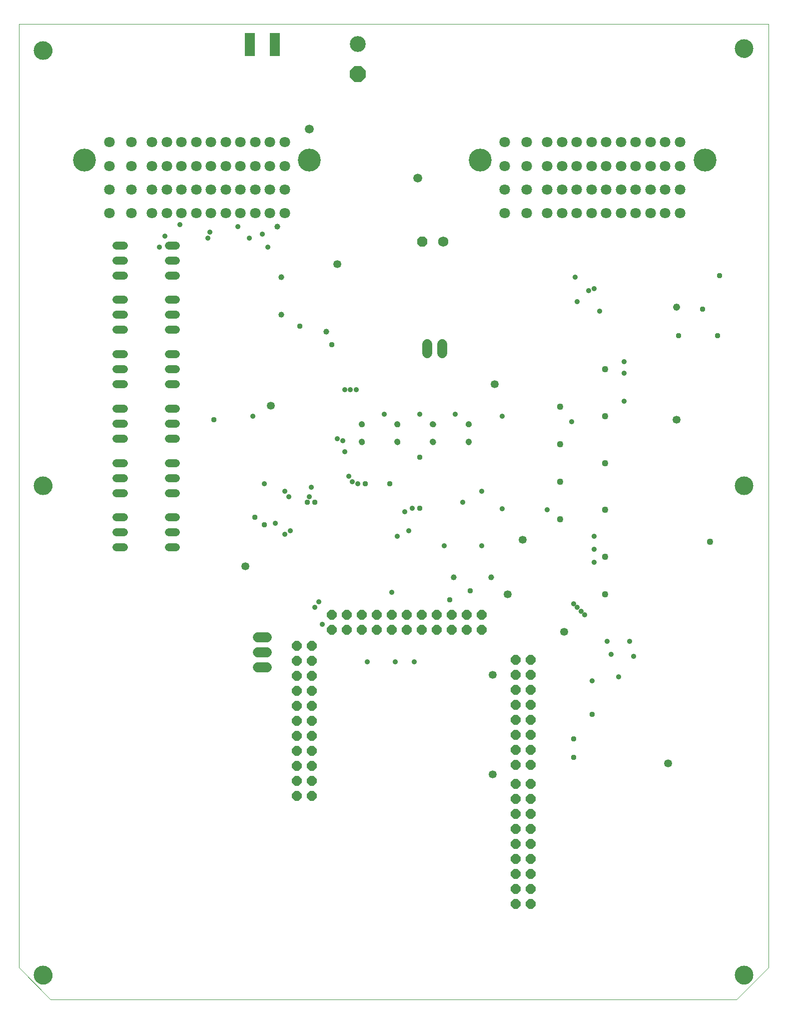
<source format=gbs>
G75*
G70*
%OFA0B0*%
%FSLAX24Y24*%
%IPPOS*%
%LPD*%
%AMOC8*
5,1,8,0,0,1.08239X$1,22.5*
%
%ADD10C,0.0000*%
%ADD11OC8,0.0651*%
%ADD12OC8,0.0690*%
%ADD13C,0.0690*%
%ADD14C,0.1060*%
%ADD15OC8,0.1060*%
%ADD16C,0.0710*%
%ADD17C,0.1523*%
%ADD18C,0.1241*%
%ADD19C,0.0540*%
%ADD20R,0.0651X0.1517*%
%ADD21C,0.0414*%
%ADD22C,0.0651*%
%ADD23C,0.0660*%
%ADD24OC8,0.0350*%
%ADD25C,0.0350*%
%ADD26C,0.0532*%
%ADD27C,0.0397*%
%ADD28C,0.0436*%
%ADD29C,0.0591*%
%ADD30C,0.0476*%
D10*
X000100Y002300D02*
X002225Y000175D01*
X047975Y000175D01*
X050100Y002300D01*
X050100Y065175D01*
X000100Y065175D01*
X000100Y002300D01*
X001134Y001800D02*
X001136Y001848D01*
X001142Y001896D01*
X001152Y001943D01*
X001165Y001989D01*
X001183Y002034D01*
X001203Y002078D01*
X001228Y002120D01*
X001256Y002159D01*
X001286Y002196D01*
X001320Y002230D01*
X001357Y002262D01*
X001395Y002291D01*
X001436Y002316D01*
X001479Y002338D01*
X001524Y002356D01*
X001570Y002370D01*
X001617Y002381D01*
X001665Y002388D01*
X001713Y002391D01*
X001761Y002390D01*
X001809Y002385D01*
X001857Y002376D01*
X001903Y002364D01*
X001948Y002347D01*
X001992Y002327D01*
X002034Y002304D01*
X002074Y002277D01*
X002112Y002247D01*
X002147Y002214D01*
X002179Y002178D01*
X002209Y002140D01*
X002235Y002099D01*
X002257Y002056D01*
X002277Y002012D01*
X002292Y001967D01*
X002304Y001920D01*
X002312Y001872D01*
X002316Y001824D01*
X002316Y001776D01*
X002312Y001728D01*
X002304Y001680D01*
X002292Y001633D01*
X002277Y001588D01*
X002257Y001544D01*
X002235Y001501D01*
X002209Y001460D01*
X002179Y001422D01*
X002147Y001386D01*
X002112Y001353D01*
X002074Y001323D01*
X002034Y001296D01*
X001992Y001273D01*
X001948Y001253D01*
X001903Y001236D01*
X001857Y001224D01*
X001809Y001215D01*
X001761Y001210D01*
X001713Y001209D01*
X001665Y001212D01*
X001617Y001219D01*
X001570Y001230D01*
X001524Y001244D01*
X001479Y001262D01*
X001436Y001284D01*
X001395Y001309D01*
X001357Y001338D01*
X001320Y001370D01*
X001286Y001404D01*
X001256Y001441D01*
X001228Y001480D01*
X001203Y001522D01*
X001183Y001566D01*
X001165Y001611D01*
X001152Y001657D01*
X001142Y001704D01*
X001136Y001752D01*
X001134Y001800D01*
X001134Y034425D02*
X001136Y034473D01*
X001142Y034521D01*
X001152Y034568D01*
X001165Y034614D01*
X001183Y034659D01*
X001203Y034703D01*
X001228Y034745D01*
X001256Y034784D01*
X001286Y034821D01*
X001320Y034855D01*
X001357Y034887D01*
X001395Y034916D01*
X001436Y034941D01*
X001479Y034963D01*
X001524Y034981D01*
X001570Y034995D01*
X001617Y035006D01*
X001665Y035013D01*
X001713Y035016D01*
X001761Y035015D01*
X001809Y035010D01*
X001857Y035001D01*
X001903Y034989D01*
X001948Y034972D01*
X001992Y034952D01*
X002034Y034929D01*
X002074Y034902D01*
X002112Y034872D01*
X002147Y034839D01*
X002179Y034803D01*
X002209Y034765D01*
X002235Y034724D01*
X002257Y034681D01*
X002277Y034637D01*
X002292Y034592D01*
X002304Y034545D01*
X002312Y034497D01*
X002316Y034449D01*
X002316Y034401D01*
X002312Y034353D01*
X002304Y034305D01*
X002292Y034258D01*
X002277Y034213D01*
X002257Y034169D01*
X002235Y034126D01*
X002209Y034085D01*
X002179Y034047D01*
X002147Y034011D01*
X002112Y033978D01*
X002074Y033948D01*
X002034Y033921D01*
X001992Y033898D01*
X001948Y033878D01*
X001903Y033861D01*
X001857Y033849D01*
X001809Y033840D01*
X001761Y033835D01*
X001713Y033834D01*
X001665Y033837D01*
X001617Y033844D01*
X001570Y033855D01*
X001524Y033869D01*
X001479Y033887D01*
X001436Y033909D01*
X001395Y033934D01*
X001357Y033963D01*
X001320Y033995D01*
X001286Y034029D01*
X001256Y034066D01*
X001228Y034105D01*
X001203Y034147D01*
X001183Y034191D01*
X001165Y034236D01*
X001152Y034282D01*
X001142Y034329D01*
X001136Y034377D01*
X001134Y034425D01*
X022798Y037334D02*
X022800Y037360D01*
X022806Y037386D01*
X022816Y037411D01*
X022829Y037434D01*
X022845Y037454D01*
X022865Y037472D01*
X022887Y037487D01*
X022910Y037499D01*
X022936Y037507D01*
X022962Y037511D01*
X022988Y037511D01*
X023014Y037507D01*
X023040Y037499D01*
X023064Y037487D01*
X023085Y037472D01*
X023105Y037454D01*
X023121Y037434D01*
X023134Y037411D01*
X023144Y037386D01*
X023150Y037360D01*
X023152Y037334D01*
X023150Y037308D01*
X023144Y037282D01*
X023134Y037257D01*
X023121Y037234D01*
X023105Y037214D01*
X023085Y037196D01*
X023063Y037181D01*
X023040Y037169D01*
X023014Y037161D01*
X022988Y037157D01*
X022962Y037157D01*
X022936Y037161D01*
X022910Y037169D01*
X022886Y037181D01*
X022865Y037196D01*
X022845Y037214D01*
X022829Y037234D01*
X022816Y037257D01*
X022806Y037282D01*
X022800Y037308D01*
X022798Y037334D01*
X022798Y038516D02*
X022800Y038542D01*
X022806Y038568D01*
X022816Y038593D01*
X022829Y038616D01*
X022845Y038636D01*
X022865Y038654D01*
X022887Y038669D01*
X022910Y038681D01*
X022936Y038689D01*
X022962Y038693D01*
X022988Y038693D01*
X023014Y038689D01*
X023040Y038681D01*
X023064Y038669D01*
X023085Y038654D01*
X023105Y038636D01*
X023121Y038616D01*
X023134Y038593D01*
X023144Y038568D01*
X023150Y038542D01*
X023152Y038516D01*
X023150Y038490D01*
X023144Y038464D01*
X023134Y038439D01*
X023121Y038416D01*
X023105Y038396D01*
X023085Y038378D01*
X023063Y038363D01*
X023040Y038351D01*
X023014Y038343D01*
X022988Y038339D01*
X022962Y038339D01*
X022936Y038343D01*
X022910Y038351D01*
X022886Y038363D01*
X022865Y038378D01*
X022845Y038396D01*
X022829Y038416D01*
X022816Y038439D01*
X022806Y038464D01*
X022800Y038490D01*
X022798Y038516D01*
X025173Y038516D02*
X025175Y038542D01*
X025181Y038568D01*
X025191Y038593D01*
X025204Y038616D01*
X025220Y038636D01*
X025240Y038654D01*
X025262Y038669D01*
X025285Y038681D01*
X025311Y038689D01*
X025337Y038693D01*
X025363Y038693D01*
X025389Y038689D01*
X025415Y038681D01*
X025439Y038669D01*
X025460Y038654D01*
X025480Y038636D01*
X025496Y038616D01*
X025509Y038593D01*
X025519Y038568D01*
X025525Y038542D01*
X025527Y038516D01*
X025525Y038490D01*
X025519Y038464D01*
X025509Y038439D01*
X025496Y038416D01*
X025480Y038396D01*
X025460Y038378D01*
X025438Y038363D01*
X025415Y038351D01*
X025389Y038343D01*
X025363Y038339D01*
X025337Y038339D01*
X025311Y038343D01*
X025285Y038351D01*
X025261Y038363D01*
X025240Y038378D01*
X025220Y038396D01*
X025204Y038416D01*
X025191Y038439D01*
X025181Y038464D01*
X025175Y038490D01*
X025173Y038516D01*
X025173Y037334D02*
X025175Y037360D01*
X025181Y037386D01*
X025191Y037411D01*
X025204Y037434D01*
X025220Y037454D01*
X025240Y037472D01*
X025262Y037487D01*
X025285Y037499D01*
X025311Y037507D01*
X025337Y037511D01*
X025363Y037511D01*
X025389Y037507D01*
X025415Y037499D01*
X025439Y037487D01*
X025460Y037472D01*
X025480Y037454D01*
X025496Y037434D01*
X025509Y037411D01*
X025519Y037386D01*
X025525Y037360D01*
X025527Y037334D01*
X025525Y037308D01*
X025519Y037282D01*
X025509Y037257D01*
X025496Y037234D01*
X025480Y037214D01*
X025460Y037196D01*
X025438Y037181D01*
X025415Y037169D01*
X025389Y037161D01*
X025363Y037157D01*
X025337Y037157D01*
X025311Y037161D01*
X025285Y037169D01*
X025261Y037181D01*
X025240Y037196D01*
X025220Y037214D01*
X025204Y037234D01*
X025191Y037257D01*
X025181Y037282D01*
X025175Y037308D01*
X025173Y037334D01*
X027548Y037334D02*
X027550Y037360D01*
X027556Y037386D01*
X027566Y037411D01*
X027579Y037434D01*
X027595Y037454D01*
X027615Y037472D01*
X027637Y037487D01*
X027660Y037499D01*
X027686Y037507D01*
X027712Y037511D01*
X027738Y037511D01*
X027764Y037507D01*
X027790Y037499D01*
X027814Y037487D01*
X027835Y037472D01*
X027855Y037454D01*
X027871Y037434D01*
X027884Y037411D01*
X027894Y037386D01*
X027900Y037360D01*
X027902Y037334D01*
X027900Y037308D01*
X027894Y037282D01*
X027884Y037257D01*
X027871Y037234D01*
X027855Y037214D01*
X027835Y037196D01*
X027813Y037181D01*
X027790Y037169D01*
X027764Y037161D01*
X027738Y037157D01*
X027712Y037157D01*
X027686Y037161D01*
X027660Y037169D01*
X027636Y037181D01*
X027615Y037196D01*
X027595Y037214D01*
X027579Y037234D01*
X027566Y037257D01*
X027556Y037282D01*
X027550Y037308D01*
X027548Y037334D01*
X027548Y038516D02*
X027550Y038542D01*
X027556Y038568D01*
X027566Y038593D01*
X027579Y038616D01*
X027595Y038636D01*
X027615Y038654D01*
X027637Y038669D01*
X027660Y038681D01*
X027686Y038689D01*
X027712Y038693D01*
X027738Y038693D01*
X027764Y038689D01*
X027790Y038681D01*
X027814Y038669D01*
X027835Y038654D01*
X027855Y038636D01*
X027871Y038616D01*
X027884Y038593D01*
X027894Y038568D01*
X027900Y038542D01*
X027902Y038516D01*
X027900Y038490D01*
X027894Y038464D01*
X027884Y038439D01*
X027871Y038416D01*
X027855Y038396D01*
X027835Y038378D01*
X027813Y038363D01*
X027790Y038351D01*
X027764Y038343D01*
X027738Y038339D01*
X027712Y038339D01*
X027686Y038343D01*
X027660Y038351D01*
X027636Y038363D01*
X027615Y038378D01*
X027595Y038396D01*
X027579Y038416D01*
X027566Y038439D01*
X027556Y038464D01*
X027550Y038490D01*
X027548Y038516D01*
X029923Y038516D02*
X029925Y038542D01*
X029931Y038568D01*
X029941Y038593D01*
X029954Y038616D01*
X029970Y038636D01*
X029990Y038654D01*
X030012Y038669D01*
X030035Y038681D01*
X030061Y038689D01*
X030087Y038693D01*
X030113Y038693D01*
X030139Y038689D01*
X030165Y038681D01*
X030189Y038669D01*
X030210Y038654D01*
X030230Y038636D01*
X030246Y038616D01*
X030259Y038593D01*
X030269Y038568D01*
X030275Y038542D01*
X030277Y038516D01*
X030275Y038490D01*
X030269Y038464D01*
X030259Y038439D01*
X030246Y038416D01*
X030230Y038396D01*
X030210Y038378D01*
X030188Y038363D01*
X030165Y038351D01*
X030139Y038343D01*
X030113Y038339D01*
X030087Y038339D01*
X030061Y038343D01*
X030035Y038351D01*
X030011Y038363D01*
X029990Y038378D01*
X029970Y038396D01*
X029954Y038416D01*
X029941Y038439D01*
X029931Y038464D01*
X029925Y038490D01*
X029923Y038516D01*
X029923Y037334D02*
X029925Y037360D01*
X029931Y037386D01*
X029941Y037411D01*
X029954Y037434D01*
X029970Y037454D01*
X029990Y037472D01*
X030012Y037487D01*
X030035Y037499D01*
X030061Y037507D01*
X030087Y037511D01*
X030113Y037511D01*
X030139Y037507D01*
X030165Y037499D01*
X030189Y037487D01*
X030210Y037472D01*
X030230Y037454D01*
X030246Y037434D01*
X030259Y037411D01*
X030269Y037386D01*
X030275Y037360D01*
X030277Y037334D01*
X030275Y037308D01*
X030269Y037282D01*
X030259Y037257D01*
X030246Y037234D01*
X030230Y037214D01*
X030210Y037196D01*
X030188Y037181D01*
X030165Y037169D01*
X030139Y037161D01*
X030113Y037157D01*
X030087Y037157D01*
X030061Y037161D01*
X030035Y037169D01*
X030011Y037181D01*
X029990Y037196D01*
X029970Y037214D01*
X029954Y037234D01*
X029941Y037257D01*
X029931Y037282D01*
X029925Y037308D01*
X029923Y037334D01*
X047884Y034425D02*
X047886Y034473D01*
X047892Y034521D01*
X047902Y034568D01*
X047915Y034614D01*
X047933Y034659D01*
X047953Y034703D01*
X047978Y034745D01*
X048006Y034784D01*
X048036Y034821D01*
X048070Y034855D01*
X048107Y034887D01*
X048145Y034916D01*
X048186Y034941D01*
X048229Y034963D01*
X048274Y034981D01*
X048320Y034995D01*
X048367Y035006D01*
X048415Y035013D01*
X048463Y035016D01*
X048511Y035015D01*
X048559Y035010D01*
X048607Y035001D01*
X048653Y034989D01*
X048698Y034972D01*
X048742Y034952D01*
X048784Y034929D01*
X048824Y034902D01*
X048862Y034872D01*
X048897Y034839D01*
X048929Y034803D01*
X048959Y034765D01*
X048985Y034724D01*
X049007Y034681D01*
X049027Y034637D01*
X049042Y034592D01*
X049054Y034545D01*
X049062Y034497D01*
X049066Y034449D01*
X049066Y034401D01*
X049062Y034353D01*
X049054Y034305D01*
X049042Y034258D01*
X049027Y034213D01*
X049007Y034169D01*
X048985Y034126D01*
X048959Y034085D01*
X048929Y034047D01*
X048897Y034011D01*
X048862Y033978D01*
X048824Y033948D01*
X048784Y033921D01*
X048742Y033898D01*
X048698Y033878D01*
X048653Y033861D01*
X048607Y033849D01*
X048559Y033840D01*
X048511Y033835D01*
X048463Y033834D01*
X048415Y033837D01*
X048367Y033844D01*
X048320Y033855D01*
X048274Y033869D01*
X048229Y033887D01*
X048186Y033909D01*
X048145Y033934D01*
X048107Y033963D01*
X048070Y033995D01*
X048036Y034029D01*
X048006Y034066D01*
X047978Y034105D01*
X047953Y034147D01*
X047933Y034191D01*
X047915Y034236D01*
X047902Y034282D01*
X047892Y034329D01*
X047886Y034377D01*
X047884Y034425D01*
X047884Y063550D02*
X047886Y063598D01*
X047892Y063646D01*
X047902Y063693D01*
X047915Y063739D01*
X047933Y063784D01*
X047953Y063828D01*
X047978Y063870D01*
X048006Y063909D01*
X048036Y063946D01*
X048070Y063980D01*
X048107Y064012D01*
X048145Y064041D01*
X048186Y064066D01*
X048229Y064088D01*
X048274Y064106D01*
X048320Y064120D01*
X048367Y064131D01*
X048415Y064138D01*
X048463Y064141D01*
X048511Y064140D01*
X048559Y064135D01*
X048607Y064126D01*
X048653Y064114D01*
X048698Y064097D01*
X048742Y064077D01*
X048784Y064054D01*
X048824Y064027D01*
X048862Y063997D01*
X048897Y063964D01*
X048929Y063928D01*
X048959Y063890D01*
X048985Y063849D01*
X049007Y063806D01*
X049027Y063762D01*
X049042Y063717D01*
X049054Y063670D01*
X049062Y063622D01*
X049066Y063574D01*
X049066Y063526D01*
X049062Y063478D01*
X049054Y063430D01*
X049042Y063383D01*
X049027Y063338D01*
X049007Y063294D01*
X048985Y063251D01*
X048959Y063210D01*
X048929Y063172D01*
X048897Y063136D01*
X048862Y063103D01*
X048824Y063073D01*
X048784Y063046D01*
X048742Y063023D01*
X048698Y063003D01*
X048653Y062986D01*
X048607Y062974D01*
X048559Y062965D01*
X048511Y062960D01*
X048463Y062959D01*
X048415Y062962D01*
X048367Y062969D01*
X048320Y062980D01*
X048274Y062994D01*
X048229Y063012D01*
X048186Y063034D01*
X048145Y063059D01*
X048107Y063088D01*
X048070Y063120D01*
X048036Y063154D01*
X048006Y063191D01*
X047978Y063230D01*
X047953Y063272D01*
X047933Y063316D01*
X047915Y063361D01*
X047902Y063407D01*
X047892Y063454D01*
X047886Y063502D01*
X047884Y063550D01*
X001134Y063425D02*
X001136Y063473D01*
X001142Y063521D01*
X001152Y063568D01*
X001165Y063614D01*
X001183Y063659D01*
X001203Y063703D01*
X001228Y063745D01*
X001256Y063784D01*
X001286Y063821D01*
X001320Y063855D01*
X001357Y063887D01*
X001395Y063916D01*
X001436Y063941D01*
X001479Y063963D01*
X001524Y063981D01*
X001570Y063995D01*
X001617Y064006D01*
X001665Y064013D01*
X001713Y064016D01*
X001761Y064015D01*
X001809Y064010D01*
X001857Y064001D01*
X001903Y063989D01*
X001948Y063972D01*
X001992Y063952D01*
X002034Y063929D01*
X002074Y063902D01*
X002112Y063872D01*
X002147Y063839D01*
X002179Y063803D01*
X002209Y063765D01*
X002235Y063724D01*
X002257Y063681D01*
X002277Y063637D01*
X002292Y063592D01*
X002304Y063545D01*
X002312Y063497D01*
X002316Y063449D01*
X002316Y063401D01*
X002312Y063353D01*
X002304Y063305D01*
X002292Y063258D01*
X002277Y063213D01*
X002257Y063169D01*
X002235Y063126D01*
X002209Y063085D01*
X002179Y063047D01*
X002147Y063011D01*
X002112Y062978D01*
X002074Y062948D01*
X002034Y062921D01*
X001992Y062898D01*
X001948Y062878D01*
X001903Y062861D01*
X001857Y062849D01*
X001809Y062840D01*
X001761Y062835D01*
X001713Y062834D01*
X001665Y062837D01*
X001617Y062844D01*
X001570Y062855D01*
X001524Y062869D01*
X001479Y062887D01*
X001436Y062909D01*
X001395Y062934D01*
X001357Y062963D01*
X001320Y062995D01*
X001286Y063029D01*
X001256Y063066D01*
X001228Y063105D01*
X001203Y063147D01*
X001183Y063191D01*
X001165Y063236D01*
X001152Y063282D01*
X001142Y063329D01*
X001136Y063377D01*
X001134Y063425D01*
X047884Y001800D02*
X047886Y001848D01*
X047892Y001896D01*
X047902Y001943D01*
X047915Y001989D01*
X047933Y002034D01*
X047953Y002078D01*
X047978Y002120D01*
X048006Y002159D01*
X048036Y002196D01*
X048070Y002230D01*
X048107Y002262D01*
X048145Y002291D01*
X048186Y002316D01*
X048229Y002338D01*
X048274Y002356D01*
X048320Y002370D01*
X048367Y002381D01*
X048415Y002388D01*
X048463Y002391D01*
X048511Y002390D01*
X048559Y002385D01*
X048607Y002376D01*
X048653Y002364D01*
X048698Y002347D01*
X048742Y002327D01*
X048784Y002304D01*
X048824Y002277D01*
X048862Y002247D01*
X048897Y002214D01*
X048929Y002178D01*
X048959Y002140D01*
X048985Y002099D01*
X049007Y002056D01*
X049027Y002012D01*
X049042Y001967D01*
X049054Y001920D01*
X049062Y001872D01*
X049066Y001824D01*
X049066Y001776D01*
X049062Y001728D01*
X049054Y001680D01*
X049042Y001633D01*
X049027Y001588D01*
X049007Y001544D01*
X048985Y001501D01*
X048959Y001460D01*
X048929Y001422D01*
X048897Y001386D01*
X048862Y001353D01*
X048824Y001323D01*
X048784Y001296D01*
X048742Y001273D01*
X048698Y001253D01*
X048653Y001236D01*
X048607Y001224D01*
X048559Y001215D01*
X048511Y001210D01*
X048463Y001209D01*
X048415Y001212D01*
X048367Y001219D01*
X048320Y001230D01*
X048274Y001244D01*
X048229Y001262D01*
X048186Y001284D01*
X048145Y001309D01*
X048107Y001338D01*
X048070Y001370D01*
X048036Y001404D01*
X048006Y001441D01*
X047978Y001480D01*
X047953Y001522D01*
X047933Y001566D01*
X047915Y001611D01*
X047902Y001657D01*
X047892Y001704D01*
X047886Y001752D01*
X047884Y001800D01*
D11*
X034250Y006550D03*
X034250Y007550D03*
X034250Y008550D03*
X034250Y009550D03*
X034250Y010550D03*
X034250Y011550D03*
X034250Y012550D03*
X034250Y013550D03*
X034250Y014550D03*
X033250Y014550D03*
X033250Y013550D03*
X033250Y012550D03*
X033250Y011550D03*
X033250Y010550D03*
X033250Y009550D03*
X033250Y008550D03*
X033250Y007550D03*
X033250Y006550D03*
X033252Y015806D03*
X033252Y016806D03*
X034252Y016806D03*
X034252Y015806D03*
X034252Y017806D03*
X034252Y018806D03*
X034252Y019806D03*
X034252Y020806D03*
X034252Y021806D03*
X034252Y022806D03*
X033252Y022806D03*
X033252Y021806D03*
X033252Y020806D03*
X033252Y019806D03*
X033252Y018806D03*
X033252Y017806D03*
X030975Y024800D03*
X030975Y025800D03*
X029975Y025800D03*
X029975Y024800D03*
X028975Y024800D03*
X028975Y025800D03*
X027975Y025800D03*
X027975Y024800D03*
X026975Y024800D03*
X026975Y025800D03*
X025975Y025800D03*
X025975Y024800D03*
X024975Y024800D03*
X024975Y025800D03*
X023975Y025800D03*
X023975Y024800D03*
X022975Y024800D03*
X022975Y025800D03*
X021975Y025800D03*
X021975Y024800D03*
X020975Y024800D03*
X020975Y025800D03*
X019638Y023763D03*
X019638Y022763D03*
X019638Y021763D03*
X019638Y020763D03*
X019638Y019763D03*
X019638Y018763D03*
X019638Y017763D03*
X019638Y016763D03*
X019638Y015763D03*
X019638Y014763D03*
X019638Y013763D03*
X018638Y013763D03*
X018638Y014763D03*
X018638Y015763D03*
X018638Y016763D03*
X018638Y017763D03*
X018638Y018763D03*
X018638Y019763D03*
X018638Y020763D03*
X018638Y021763D03*
X018638Y022763D03*
X018638Y023763D03*
D12*
X027025Y050675D03*
D13*
X028425Y050675D03*
D14*
X022725Y063863D03*
D15*
X022725Y061863D03*
D16*
X017842Y057300D03*
X016858Y057300D03*
X015874Y057300D03*
X014889Y057300D03*
X013905Y057300D03*
X012921Y057300D03*
X011937Y057300D03*
X010952Y057300D03*
X009968Y057300D03*
X008984Y057300D03*
X007606Y057300D03*
X007606Y055725D03*
X008984Y055725D03*
X009968Y055725D03*
X010952Y055725D03*
X011937Y055725D03*
X012921Y055725D03*
X013905Y055725D03*
X014889Y055725D03*
X015874Y055725D03*
X016858Y055725D03*
X017842Y055725D03*
X017842Y054150D03*
X016858Y054150D03*
X015874Y054150D03*
X014889Y054150D03*
X013905Y054150D03*
X012921Y054150D03*
X011937Y054150D03*
X010952Y054150D03*
X009968Y054150D03*
X008984Y054150D03*
X007606Y054150D03*
X007606Y052576D03*
X008984Y052576D03*
X009968Y052576D03*
X010952Y052576D03*
X011937Y052576D03*
X012921Y052576D03*
X013905Y052576D03*
X014889Y052576D03*
X015874Y052576D03*
X016858Y052576D03*
X017842Y052576D03*
X006149Y052576D03*
X006149Y054150D03*
X006149Y055725D03*
X006149Y057300D03*
X032524Y057300D03*
X032524Y055725D03*
X033981Y055725D03*
X033981Y057300D03*
X035359Y057300D03*
X036343Y057300D03*
X037327Y057300D03*
X038312Y057300D03*
X039296Y057300D03*
X040280Y057300D03*
X041264Y057300D03*
X042249Y057300D03*
X043233Y057300D03*
X044217Y057300D03*
X044217Y055725D03*
X043233Y055725D03*
X042249Y055725D03*
X041264Y055725D03*
X040280Y055725D03*
X039296Y055725D03*
X038312Y055725D03*
X037327Y055725D03*
X036343Y055725D03*
X035359Y055725D03*
X035359Y054150D03*
X036343Y054150D03*
X037327Y054150D03*
X038312Y054150D03*
X039296Y054150D03*
X040280Y054150D03*
X041264Y054150D03*
X042249Y054150D03*
X043233Y054150D03*
X044217Y054150D03*
X044217Y052576D03*
X043233Y052576D03*
X042249Y052576D03*
X041264Y052576D03*
X040280Y052576D03*
X039296Y052576D03*
X038312Y052576D03*
X037327Y052576D03*
X036343Y052576D03*
X035359Y052576D03*
X033981Y052576D03*
X033981Y054150D03*
X032524Y054150D03*
X032524Y052576D03*
D17*
X030871Y056119D03*
X019496Y056119D03*
X004496Y056119D03*
X045871Y056119D03*
D18*
X048475Y063550D03*
X048475Y034425D03*
X048475Y001800D03*
X001725Y001800D03*
X001725Y034425D03*
X001725Y063425D03*
D19*
X006620Y050425D02*
X007100Y050425D01*
X007100Y049425D02*
X006620Y049425D01*
X006620Y048425D02*
X007100Y048425D01*
X007100Y046800D02*
X006620Y046800D01*
X006620Y045800D02*
X007100Y045800D01*
X007100Y044800D02*
X006620Y044800D01*
X006620Y043175D02*
X007100Y043175D01*
X007100Y042175D02*
X006620Y042175D01*
X006620Y041175D02*
X007100Y041175D01*
X007100Y039550D02*
X006620Y039550D01*
X006620Y038550D02*
X007100Y038550D01*
X007100Y037550D02*
X006620Y037550D01*
X006620Y035925D02*
X007100Y035925D01*
X007100Y034925D02*
X006620Y034925D01*
X006620Y033925D02*
X007100Y033925D01*
X007100Y032300D02*
X006620Y032300D01*
X006620Y031300D02*
X007100Y031300D01*
X007100Y030300D02*
X006620Y030300D01*
X010100Y030300D02*
X010580Y030300D01*
X010580Y031300D02*
X010100Y031300D01*
X010100Y032300D02*
X010580Y032300D01*
X010580Y033925D02*
X010100Y033925D01*
X010100Y034925D02*
X010580Y034925D01*
X010580Y035925D02*
X010100Y035925D01*
X010100Y037550D02*
X010580Y037550D01*
X010580Y038550D02*
X010100Y038550D01*
X010100Y039550D02*
X010580Y039550D01*
X010580Y041175D02*
X010100Y041175D01*
X010100Y042175D02*
X010580Y042175D01*
X010580Y043175D02*
X010100Y043175D01*
X010100Y044800D02*
X010580Y044800D01*
X010580Y045800D02*
X010100Y045800D01*
X010100Y046800D02*
X010580Y046800D01*
X010580Y048425D02*
X010100Y048425D01*
X010100Y049425D02*
X010580Y049425D01*
X010580Y050425D02*
X010100Y050425D01*
D20*
X015523Y063800D03*
X017177Y063800D03*
D21*
X022975Y038516D03*
X022975Y037334D03*
X025350Y037334D03*
X025350Y038516D03*
X027725Y038516D03*
X027725Y037334D03*
X030100Y037334D03*
X030100Y038516D03*
D22*
X028350Y043255D02*
X028350Y043845D01*
X027350Y043845D02*
X027350Y043255D01*
D23*
X016650Y024300D02*
X016050Y024300D01*
X016050Y023300D02*
X016650Y023300D01*
X016650Y022300D02*
X016050Y022300D01*
D24*
X016475Y031800D03*
X015850Y032300D03*
X019350Y033300D03*
X019850Y033300D03*
X023225Y034550D03*
X024850Y034550D03*
X026850Y032925D03*
X026850Y036300D03*
X020975Y043800D03*
X018850Y045050D03*
X013100Y038800D03*
X028850Y026800D03*
X030225Y027425D03*
X037100Y017550D03*
X037100Y016300D03*
X038350Y019175D03*
X044100Y044425D03*
X045725Y046175D03*
X046725Y044425D03*
X046850Y048425D03*
D25*
X040475Y042675D03*
X040475Y041925D03*
X040475Y040050D03*
X036975Y038675D03*
X032350Y039050D03*
X029225Y039175D03*
X026850Y039175D03*
X024475Y039175D03*
X022600Y040800D03*
X022225Y040800D03*
X021850Y040800D03*
X021350Y037550D03*
X021725Y037425D03*
X021850Y036675D03*
X022100Y035050D03*
X022350Y034675D03*
X022725Y034550D03*
X025350Y031050D03*
X026100Y031425D03*
X025850Y032675D03*
X026350Y032925D03*
X028475Y030425D03*
X029725Y033300D03*
X030975Y034050D03*
X032350Y032875D03*
X030975Y030425D03*
X035350Y032800D03*
X038475Y031050D03*
X038475Y030175D03*
X038475Y029300D03*
X037100Y026550D03*
X037350Y026300D03*
X037600Y026050D03*
X037850Y025800D03*
X039350Y024050D03*
X039600Y023175D03*
X040100Y021675D03*
X041100Y023050D03*
X040850Y024050D03*
X038350Y021425D03*
X026475Y022675D03*
X025225Y022675D03*
X023350Y022675D03*
X020350Y025175D03*
X019850Y026300D03*
X020100Y026675D03*
X017850Y031175D03*
X018225Y031425D03*
X017225Y031925D03*
X018100Y033675D03*
X017850Y034050D03*
X016475Y034550D03*
X019475Y033675D03*
X019600Y034300D03*
X015725Y039050D03*
X016725Y050300D03*
X016350Y051175D03*
X015475Y050925D03*
X014725Y051675D03*
X012850Y051300D03*
X012725Y050925D03*
X010850Y051800D03*
X009850Y051050D03*
X009475Y050300D03*
X024975Y027300D03*
X038850Y046050D03*
X038475Y047550D03*
X038100Y047425D03*
X037350Y046675D03*
X037225Y048300D03*
D26*
X031850Y041175D03*
X033725Y030800D03*
X032725Y027175D03*
X036475Y024675D03*
X031725Y021800D03*
X031725Y015175D03*
X043413Y015925D03*
X043975Y038800D03*
X021350Y049175D03*
X016913Y039738D03*
X015225Y029050D03*
D27*
X020600Y044675D03*
X017600Y045800D03*
X017600Y048300D03*
X017350Y051675D03*
X029100Y028300D03*
X031600Y028300D03*
D28*
X036225Y032175D03*
X036225Y034675D03*
X036225Y037175D03*
X036225Y039675D03*
X039225Y039050D03*
X039225Y035925D03*
X039225Y032800D03*
X039225Y029675D03*
X039225Y027175D03*
X046225Y030675D03*
X039225Y042175D03*
D29*
X026725Y054925D03*
X019475Y058175D03*
D30*
X043975Y046300D03*
M02*

</source>
